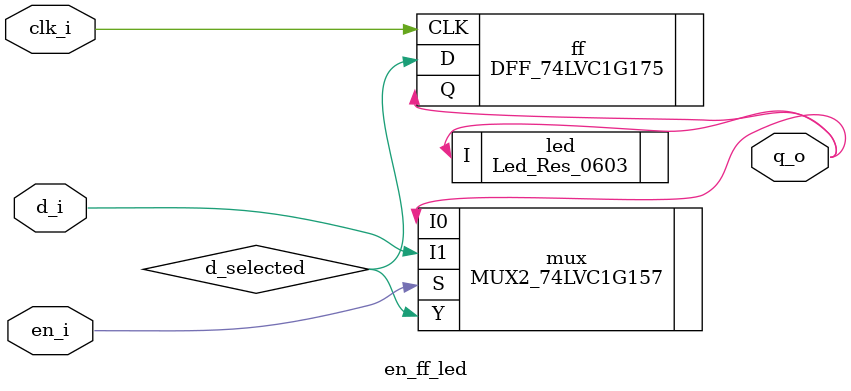
<source format=v>

module en_ff_led (
  input  en_i,
  input  clk_i,
  input  d_i,
  output q_o
);
  wire d_selected;

  MUX2_74LVC1G157 mux (
    .I0 ( q_o        ),
    .I1 ( d_i        ),
    .S  ( en_i       ),
    .Y  ( d_selected )
  );

  DFF_74LVC1G175 ff (
    .CLK ( clk_i      ),
    .D   ( d_selected ),
    .Q   ( q_o        )
  );

  Led_Res_0603 led (
    .I   ( q_o )
  );
endmodule

</source>
